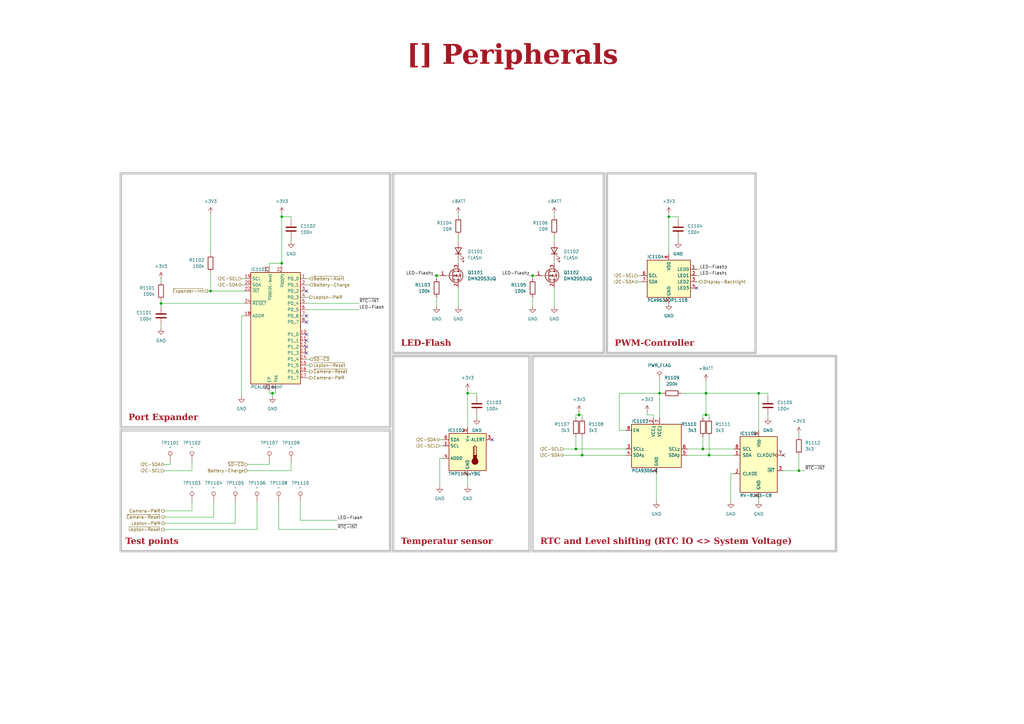
<source format=kicad_sch>
(kicad_sch (version 20250114) (generator "eeschema") (generator_version "9.0")
  (paper "A3")
  (title_block (title "Peripherals") (date "2025-12-19") (rev "1") (company "${COMPANY}"))
  (lib_symbols
    (symbol "Connector:TestPoint" (pin_numbers (hide yes)) (pin_names (offset 0.762) (hide yes))
      (property "Reference" "TP" (at 0 6.858 0))
      (property "Value" "TestPoint" (at 0 5.08 0))
      (symbol "TestPoint_0_1"
        (circle (center 0 3.302) (radius 0.762))
      )
      (symbol "TestPoint_1_1"
        (pin passive line (at 0 0 90) (length 2.54) (name "1") (number "1"))
      )
    )
    (symbol "Device:C" (pin_numbers (hide yes)) (pin_names (offset 0.254))
      (property "Reference" "C" (at 0.635 2.54 0))
      (property "Value" "C" (at 0.635 -2.54 0))
      (symbol "C_0_1"
        (polyline (pts (xy -2.032 0.762) (xy 2.032 0.762)) (stroke (width 0.508)))
        (polyline (pts (xy -2.032 -0.762) (xy 2.032 -0.762)) (stroke (width 0.508)))
      )
      (symbol "C_1_1"
        (pin passive line (at 0 3.81 270) (length 2.794) (name "~") (number "1"))
        (pin passive line (at 0 -3.81 90) (length 2.794) (name "~") (number "2"))
      )
    )
    (symbol "Device:LED" (pin_numbers (hide yes)) (pin_names (offset 1.016) (hide yes))
      (property "Reference" "D" (at 0 2.54 0))
      (property "Value" "LED" (at 0 -2.54 0))
      (symbol "LED_0_1"
        (polyline (pts (xy -3.048 -0.762) (xy -4.572 -2.286) (xy -3.81 -2.286) (xy -4.572 -2.286) (xy -4.572 -1.524)))
        (polyline (pts (xy -1.778 -0.762) (xy -3.302 -2.286) (xy -2.54 -2.286) (xy -3.302 -2.286) (xy -3.302 -1.524)))
        (polyline (pts (xy -1.27 0) (xy 1.27 0)))
        (polyline (pts (xy -1.27 -1.27) (xy -1.27 1.27)) (stroke (width 0.254)))
        (polyline (pts (xy 1.27 -1.27) (xy 1.27 1.27) (xy -1.27 0) (xy 1.27 -1.27)) (stroke (width 0.254)))
      )
      (symbol "LED_1_1"
        (pin passive line (at -3.81 0 0) (length 2.54) (name "K") (number "1"))
        (pin passive line (at 3.81 0 180) (length 2.54) (name "A") (number "2"))
      )
    )
    (symbol "Device:R" (pin_numbers (hide yes)) (pin_names (offset 0))
      (property "Reference" "R" (at 2.032 0 90))
      (property "Value" "R" (at 0 0 90))
      (symbol "R_0_1"
        (rectangle (start -1.016 -2.54) (end 1.016 2.54) (stroke (width 0.254)))
      )
      (symbol "R_1_1"
        (pin passive line (at 0 3.81 270) (length 1.27) (name "~") (number "1"))
        (pin passive line (at 0 -3.81 90) (length 1.27) (name "~") (number "2"))
      )
    )
    (symbol "Diodes Incorporated:DMN2053UQ" (pin_names (hide yes))
      (property "Reference" "Q" (at 5.08 1.905 0))
      (property "Value" "DMN2053UQ" (at 5.08 0 0))
      (symbol "DMN2053UQ_0_1"
        (polyline (pts (xy 0.254 1.905) (xy 0.254 -1.905)) (stroke (width 0.254)))
        (polyline (pts (xy 0.254 0) (xy -2.54 0)))
        (polyline (pts (xy 0.762 2.286) (xy 0.762 1.27)) (stroke (width 0.254)))
        (polyline (pts (xy 0.762 0.508) (xy 0.762 -0.508)) (stroke (width 0.254)))
        (polyline (pts (xy 0.762 -1.27) (xy 0.762 -2.286)) (stroke (width 0.254)))
        (polyline (pts (xy 0.762 -1.778) (xy 3.302 -1.778) (xy 3.302 1.778) (xy 0.762 1.778)))
        (polyline (pts (xy 1.016 0) (xy 2.032 0.381) (xy 2.032 -0.381) (xy 1.016 0)) (fill (type outline)))
        (circle (center 1.651 0) (radius 2.794) (stroke (width 0.254)))
        (polyline (pts (xy 2.54 2.54) (xy 2.54 1.778)))
        (circle (center 2.54 1.778) (radius 0.254) (fill (type outline)))
        (circle (center 2.54 -1.778) (radius 0.254) (fill (type outline)))
        (polyline (pts (xy 2.54 -2.54) (xy 2.54 0) (xy 0.762 0)))
        (polyline (pts (xy 2.794 0.508) (xy 2.921 0.381) (xy 3.683 0.381) (xy 3.81 0.254)))
        (polyline (pts (xy 3.302 0.381) (xy 2.921 -0.254) (xy 3.683 -0.254) (xy 3.302 0.381)))
      )
      (symbol "DMN2053UQ_1_1"
        (pin input line (at -5.08 0 0) (length 2.54) (name "G") (number "1"))
        (pin passive line (at 2.54 5.08 270) (length 2.54) (name "D") (number "3"))
        (pin passive line (at 2.54 -5.08 90) (length 2.54) (name "S") (number "2"))
      )
    )
    (symbol "Interface_Expansion:PCAL6416AHF"
      (property "Reference" "U" (at -10.16 24.13 0))
      (property "Value" "PCAL6416AHF" (at 3.81 24.13 0))
      (symbol "PCAL6416AHF_0_1"
        (rectangle (start -10.16 22.86) (end 10.16 -22.86) (stroke (width 0.254)) (fill (type background)))
      )
      (symbol "PCAL6416AHF_1_1"
        (pin input line (at -12.7 20.32 0) (length 2.54) (name "SCL") (number "19"))
        (pin bidirectional line (at -12.7 17.78 0) (length 2.54) (name "SDA") (number "20"))
        (pin open_collector line (at -12.7 15.24 0) (length 2.54) (name "~{INT}") (number "22"))
        (pin input line (at -12.7 10.16 0) (length 2.54) (name "~{RESET}") (number "24"))
        (pin input line (at -12.7 5.08 0) (length 2.54) (name "ADDR") (number "18"))
        (pin power_in line (at -2.54 25.4 270) (length 2.54) (name "V_{DD(I2C-bus)}") (number "23"))
        (pin passive line (at -2.54 -25.4 90) (length 2.54) (name "EP") (number "25"))
        (pin power_in line (at 0 -25.4 90) (length 2.54) (name "V_{SS}") (number "9"))
        (pin power_in line (at 2.54 25.4 270) (length 2.54) (name "V_{DD(P)}") (number "21"))
        (pin bidirectional line (at 12.7 20.32 180) (length 2.54) (name "P0_0") (number "1"))
        (pin bidirectional line (at 12.7 17.78 180) (length 2.54) (name "P0_1") (number "2"))
        (pin bidirectional line (at 12.7 15.24 180) (length 2.54) (name "P0_2") (number "3"))
        (pin bidirectional line (at 12.7 12.7 180) (length 2.54) (name "P0_3") (number "4"))
        (pin bidirectional line (at 12.7 10.16 180) (length 2.54) (name "P0_4") (number "5"))
        (pin bidirectional line (at 12.7 7.62 180) (length 2.54) (name "P0_5") (number "6"))
        (pin bidirectional line (at 12.7 5.08 180) (length 2.54) (name "P0_6") (number "7"))
        (pin bidirectional line (at 12.7 2.54 180) (length 2.54) (name "P0_7") (number "8"))
        (pin bidirectional line (at 12.7 -2.54 180) (length 2.54) (name "P1_0") (number "10"))
        (pin bidirectional line (at 12.7 -5.08 180) (length 2.54) (name "P1_1") (number "11"))
        (pin bidirectional line (at 12.7 -7.62 180) (length 2.54) (name "P1_2") (number "12"))
        (pin bidirectional line (at 12.7 -10.16 180) (length 2.54) (name "P1_3") (number "13"))
        (pin bidirectional line (at 12.7 -12.7 180) (length 2.54) (name "P1_4") (number "14"))
        (pin bidirectional line (at 12.7 -15.24 180) (length 2.54) (name "P1_5") (number "15"))
        (pin bidirectional line (at 12.7 -17.78 180) (length 2.54) (name "P1_6") (number "16"))
        (pin bidirectional line (at 12.7 -20.32 180) (length 2.54) (name "P1_7") (number "17"))
      )
    )
    (symbol "Micro Crystal:RV-8263-C8" (pin_names (offset 1.016))
      (property "Reference" "IC" (at -7.62 12.065 0))
      (property "Value" "RV-8263-C8" (at -7.62 -13.335 0))
      (symbol "RV-8263-C8_0_0"
        (rectangle (start -7.62 11.43) (end 7.62 -11.43) (stroke (width 0.254)) (fill (type background)))
      )
      (symbol "RV-8263-C8_1_0"
        (pin input line (at -10.16 6.35 0) (length 2.54) (name "SCL") (number "8"))
        (pin bidirectional line (at -10.16 3.81 0) (length 2.54) (name "SDA") (number "1"))
        (pin input line (at -10.16 -3.81 0) (length 2.54) (name "CLKOE") (number "2"))
        (pin no_connect line (at -10.16 -7.62 0) (length 2.54) (hide yes) (name "NC") (number "6"))
        (pin power_in line (at 0 13.97 270) (length 2.54) (name "V_{DD}") (number "5"))
        (pin passive line (at 0 -13.97 90) (length 2.54) (name "GND") (number "4"))
        (pin output clock (at 10.16 3.81 180) (length 2.54) (name "CLKOUT") (number "7"))
        (pin output line (at 10.16 -2.54 180) (length 2.54) (name "~{INT}") (number "3"))
      )
    )
    (symbol "NXP:PCA9306JK"
      (property "Reference" "IC" (at -8.89 10.16 0))
      (property "Value" "PCA9306JKZ" (at -4.826 -10.16 0))
      (symbol "PCA9306JK_0_0"
        (rectangle (start -10.16 8.89) (end 10.16 -8.89) (stroke (width 0.254)) (fill (type background)))
      )
      (symbol "PCA9306JK_1_0"
        (pin input line (at -12.7 6.35 0) (length 2.54) (name "EN") (number "8"))
        (pin bidirectional line (at -12.7 -1.27 0) (length 2.54) (name "SCL_{1}") (number "3"))
        (pin bidirectional line (at -12.7 -3.81 0) (length 2.54) (name "SDA_{1}") (number "4"))
        (pin power_in line (at -1.27 11.43 270) (length 2.54) (name "VCC_{1}") (number "2"))
        (pin power_in line (at 0 -11.43 90) (length 2.54) (name "GND") (number "1"))
        (pin power_in line (at 1.27 11.43 270) (length 2.54) (name "VCC_{2}") (number "7"))
        (pin bidirectional line (at 12.7 -1.27 180) (length 2.54) (name "SCL_{2}") (number "6"))
        (pin bidirectional line (at 12.7 -3.81 180) (length 2.54) (name "SDA_{2}") (number "5"))
      )
    )
    (symbol "NXP:PCA9633DP1,118"
      (property "Reference" "IC" (at -8.636 8.128 0))
      (property "Value" "PCA9633DP1,118" (at -8.636 -9.652 0))
      (symbol "PCA9633DP1,118_1_1"
        (rectangle (start -8.89 7.62) (end 8.89 -7.62) (stroke (width 0.254)) (fill (type background)))
        (pin input line (at -11.43 1.27 0) (length 2.54) (name "SCL") (number "6"))
        (pin bidirectional line (at -11.43 -1.27 0) (length 2.54) (name "SDA") (number "7"))
        (pin power_in line (at 0 10.16 270) (length 2.54) (name "VDD") (number "8"))
        (pin passive line (at 0 -10.16 90) (length 2.54) (name "GND") (number "5"))
        (pin output line (at 11.43 3.81 180) (length 2.54) (name "LED0") (number "1"))
        (pin output line (at 11.43 1.27 180) (length 2.54) (name "LED1") (number "2"))
        (pin output line (at 11.43 -1.27 180) (length 2.54) (name "LED2") (number "3"))
        (pin output line (at 11.43 -3.81 180) (length 2.54) (name "LED3") (number "4"))
      )
    )
    (symbol "Sensor_Temperature:TMP117xxDRV"
      (property "Reference" "U" (at -2.54 10.795 0))
      (property "Value" "TMP117xxDRV" (at -2.54 8.89 0))
      (symbol "TMP117xxDRV_0_1"
        (rectangle (start -7.62 7.62) (end 7.62 -7.62) (stroke (width 0.254)) (fill (type background)))
      )
      (symbol "TMP117xxDRV_1_1"
        (polyline (pts (xy 2.413 1.905) (xy 2.413 -1.27)) (stroke (width 0.254)))
        (polyline (pts (xy 2.413 1.905) (xy 3.048 1.905)) (stroke (width 0.254)))
        (polyline (pts (xy 2.413 1.27) (xy 3.048 1.27)) (stroke (width 0.254)))
        (polyline (pts (xy 2.413 0.635) (xy 3.048 0.635)) (stroke (width 0.254)))
        (polyline (pts (xy 2.413 0) (xy 3.048 0)) (stroke (width 0.254)))
        (polyline (pts (xy 2.413 -0.635) (xy 3.048 -0.635)) (stroke (width 0.254)))
        (arc (start 2.413 1.905) (mid 3.048 2.5373) (end 3.683 1.905) (stroke (width 0.254)))
        (circle (center 3.048 -3.81) (radius 1.27) (stroke (width 0.254)) (fill (type outline)))
        (polyline (pts (xy 3.683 1.905) (xy 3.683 -1.27)) (stroke (width 0.254)))
        (rectangle (start 3.683 -3.175) (end 2.413 -1.27) (stroke (width 0.254)) (fill (type outline)))
        (pin bidirectional line (at -10.16 5.08 0) (length 2.54) (name "SDA") (number "6"))
        (pin input line (at -10.16 2.54 0) (length 2.54) (name "SCL") (number "1"))
        (pin input line (at -10.16 -2.54 0) (length 2.54) (name "ADD0") (number "4"))
        (pin power_in line (at 0 10.16 270) (length 2.54) (name "V+") (number "5"))
        (pin power_in line (at 0 -10.16 90) (length 2.54) (name "GND") (number "2"))
        (pin open_collector line (at 10.16 5.08 180) (length 2.54) (name "ALERT") (number "3"))
      )
    )
    (symbol "power:+3V3" (power) (pin_numbers (hide yes)) (pin_names (offset 0) (hide yes))
      (property "Value" "+3V3" (at 0 3.556 0))
      (symbol "+3V3_0_1"
        (polyline (pts (xy -0.762 1.27) (xy 0 2.54)))
        (polyline (pts (xy 0 2.54) (xy 0.762 1.27)))
        (polyline (pts (xy 0 0) (xy 0 2.54)))
      )
      (symbol "+3V3_1_1"
        (pin power_in line (at 0 0 90) (length 0) (name "~") (number "1"))
      )
    )
    (symbol "power:+BATT" (power) (pin_numbers (hide yes)) (pin_names (offset 0) (hide yes))
      (property "Value" "+BATT" (at 0 3.556 0))
      (symbol "+BATT_0_1"
        (polyline (pts (xy -0.762 1.27) (xy 0 2.54)))
        (polyline (pts (xy 0 2.54) (xy 0.762 1.27)))
        (polyline (pts (xy 0 0) (xy 0 2.54)))
      )
      (symbol "+BATT_1_1"
        (pin power_in line (at 0 0 90) (length 0) (name "~") (number "1"))
      )
    )
    (symbol "power:GND" (power) (pin_numbers (hide yes)) (pin_names (offset 0) (hide yes))
      (property "Value" "GND" (at 0 -3.81 0))
      (symbol "GND_0_1"
        (polyline (pts (xy 0 0) (xy 0 -1.27) (xy 1.27 -1.27) (xy 0 -2.54) (xy -1.27 -1.27) (xy 0 -1.27)))
      )
      (symbol "GND_1_1"
        (pin power_in line (at 0 0 270) (length 0) (name "~") (number "1"))
      )
    )
    (symbol "power:PWR_FLAG" (power) (pin_numbers (hide yes)) (pin_names (offset 0) (hide yes))
      (property "Value" "PWR_FLAG" (at 0 3.81 0))
      (symbol "PWR_FLAG_0_0"
        (pin power_out line (at 0 0 90) (length 0) (name "~") (number "1"))
      )
      (symbol "PWR_FLAG_0_1"
        (polyline (pts (xy 0 0) (xy 0 1.27) (xy -1.016 1.905) (xy 0 2.54) (xy 1.016 1.905) (xy 0 1.27)))
      )
    )
  )
  (text_box "LED-Flash" (at 162.56 134.62 0) (size 83.82 9.525) (margins 1.9049 1.9049 1.9049 1.9049) (stroke (width -0.0001)) (effects (font (size 2.54 2.54) (thickness 0.508) (bold yes)) (justify left bottom)))
  (text_box "PWM-Controller" (at 250.19 134.62 0) (size 58.42 9.525) (margins 1.9049 1.9049 1.9049 1.9049) (stroke (width -0.0001)) (effects (font (size 2.54 2.54) (thickness 0.508) (bold yes)) (justify left bottom)))
  (text_box "Test points" (at 49.53 215.9 0) (size 109.22 9.525) (margins 1.9049 1.9049 1.9049 1.9049) (stroke (width -0.0001)) (effects (font (size 2.54 2.54) (thickness 0.508) (bold yes)) (justify left bottom)))
  (text_box "Port Expander" (at 50.8 165.1 0) (size 107.95 9.525) (margins 1.9049 1.9049 1.9049 1.9049) (stroke (width -0.0001)) (effects (font (size 2.54 2.54) (thickness 0.508) (bold yes)) (justify left bottom)))
  (text_box "Temperatur sensor" (at 162.56 215.9 0) (size 53.34 9.525) (margins 1.9049 1.9049 1.9049 1.9049) (stroke (width -0.0001)) (effects (font (size 2.54 2.54) (thickness 0.508) (bold yes)) (justify left bottom)))
  (text_box "[${#}] ${TITLE}" (at 12.7 12.7 0) (size 394.97 20.32) (margins 5.9999 5.9999 5.9999 5.9999) (stroke (width -0.0001)) (effects (font (size 8 8) (thickness 1.2) (bold yes))))
  (text_box "RTC and Level shifting (RTC IO <> System Voltage)" (at 219.71 215.9 0) (size 121.92 9.525) (margins 1.9049 1.9049 1.9049 1.9049) (stroke (width -0.0001)) (effects (font (size 2.54 2.54) (thickness 0.508) (bold yes)) (justify left bottom)))
  (junction (at 311.15 161.29))
  (junction (at 238.76 186.69))
  (junction (at 236.22 184.15))
  (junction (at 191.77 161.29))
  (junction (at 111.76 161.29))
  (junction (at 288.29 184.15))
  (junction (at 270.51 161.29))
  (junction (at 115.57 88.9))
  (junction (at 237.49 170.18))
  (junction (at 179.07 113.03))
  (junction (at 66.04 124.46))
  (junction (at 327.66 193.04))
  (junction (at 274.32 88.9))
  (junction (at 86.36 119.38))
  (junction (at 289.56 161.29))
  (junction (at 218.44 113.03))
  (junction (at 290.83 186.69))
  (junction (at 115.57 107.95))
  (junction (at 289.56 170.18))
  (no_connect (at 201.93 180.34))
  (no_connect (at 125.73 144.78))
  (no_connect (at 125.73 132.08))
  (no_connect (at 125.73 137.16))
  (no_connect (at 321.31 186.69))
  (no_connect (at 125.73 139.7))
  (no_connect (at 125.73 129.54))
  (no_connect (at 125.73 142.24))
  (no_connect (at 285.75 118.11))
  (no_connect (at 125.73 119.38))
  (wire (pts (xy 261.62 113.03) (xy 262.89 113.03)))
  (wire (pts (xy 237.49 170.18) (xy 238.76 170.18)))
  (wire (pts (xy 96.52 214.63) (xy 96.52 205.74)))
  (wire (pts (xy 67.31 193.04) (xy 78.74 193.04)))
  (wire (pts (xy 238.76 179.07) (xy 238.76 186.69)))
  (wire (pts (xy 299.72 205.74) (xy 299.72 194.31)))
  (wire (pts (xy 86.36 119.38) (xy 100.33 119.38)))
  (wire (pts (xy 281.94 184.15) (xy 288.29 184.15)))
  (wire (pts (xy 110.49 161.29) (xy 111.76 161.29)))
  (wire (pts (xy 119.38 193.04) (xy 119.38 189.23)))
  (wire (pts (xy 227.33 106.68) (xy 227.33 107.95)))
  (polyline (pts (xy 218.44 226.06) (xy 342.9 226.06)) (stroke (width 1) (type solid) (color 194 194 194 1)))
  (wire (pts (xy 285.75 113.03) (xy 287.02 113.03)))
  (wire (pts (xy 86.36 87.63) (xy 86.36 104.14)))
  (wire (pts (xy 114.3 217.17) (xy 114.3 205.74)))
  (polyline (pts (xy 248.92 71.12) (xy 309.88 71.12)) (stroke (width 1) (type solid) (color 194 194 194 1)))
  (wire (pts (xy 290.83 170.18) (xy 289.56 170.18)))
  (wire (pts (xy 270.51 161.29) (xy 271.78 161.29)))
  (wire (pts (xy 289.56 161.29) (xy 311.15 161.29)))
  (wire (pts (xy 231.14 184.15) (xy 236.22 184.15)))
  (wire (pts (xy 191.77 160.02) (xy 191.77 161.29)))
  (polyline (pts (xy 49.53 175.26) (xy 160.02 175.26)) (stroke (width 1) (type solid) (color 194 194 194 1)))
  (wire (pts (xy 311.15 161.29) (xy 311.15 176.53)))
  (wire (pts (xy 86.36 111.76) (xy 86.36 119.38)))
  (wire (pts (xy 285.75 115.57) (xy 287.02 115.57)))
  (wire (pts (xy 265.43 170.18) (xy 267.97 170.18)))
  (wire (pts (xy 299.72 194.31) (xy 300.99 194.31)))
  (wire (pts (xy 113.03 160.02) (xy 113.03 161.29)))
  (wire (pts (xy 278.13 99.06) (xy 278.13 97.79)))
  (wire (pts (xy 236.22 170.18) (xy 237.49 170.18)))
  (wire (pts (xy 180.34 182.88) (xy 181.61 182.88)))
  (polyline (pts (xy 218.44 146.05) (xy 218.44 226.06)) (stroke (width 1) (type solid) (color 194 194 194 1)))
  (wire (pts (xy 99.06 114.3) (xy 100.33 114.3)))
  (wire (pts (xy 115.57 87.63) (xy 115.57 88.9)))
  (wire (pts (xy 290.83 186.69) (xy 300.99 186.69)))
  (wire (pts (xy 288.29 184.15) (xy 300.99 184.15)))
  (wire (pts (xy 177.8 113.03) (xy 179.07 113.03)))
  (wire (pts (xy 123.19 213.36) (xy 123.19 205.74)))
  (wire (pts (xy 125.73 127) (xy 147.32 127)))
  (wire (pts (xy 187.96 106.68) (xy 187.96 107.95)))
  (polyline (pts (xy 217.17 146.05) (xy 217.17 226.06)) (stroke (width 1) (type solid) (color 194 194 194 1)))
  (wire (pts (xy 99.06 116.84) (xy 100.33 116.84)))
  (wire (pts (xy 227.33 87.63) (xy 227.33 88.9)))
  (wire (pts (xy 269.24 194.31) (xy 269.24 205.74)))
  (wire (pts (xy 180.34 180.34) (xy 181.61 180.34)))
  (polyline (pts (xy 49.53 226.06) (xy 160.02 226.06)) (stroke (width 1) (type solid) (color 194 194 194 1)))
  (wire (pts (xy 67.31 214.63) (xy 96.52 214.63)))
  (polyline (pts (xy 161.29 226.06) (xy 217.17 226.06)) (stroke (width 1) (type solid) (color 194 194 194 1)))
  (wire (pts (xy 236.22 171.45) (xy 236.22 170.18)))
  (wire (pts (xy 110.49 107.95) (xy 115.57 107.95)))
  (wire (pts (xy 125.73 121.92) (xy 127 121.92)))
  (wire (pts (xy 218.44 121.92) (xy 218.44 125.73)))
  (wire (pts (xy 288.29 179.07) (xy 288.29 184.15)))
  (wire (pts (xy 314.96 161.29) (xy 314.96 162.56)))
  (wire (pts (xy 101.6 190.5) (xy 110.49 190.5)))
  (wire (pts (xy 327.66 177.8) (xy 327.66 179.07)))
  (wire (pts (xy 111.76 161.29) (xy 111.76 162.56)))
  (polyline (pts (xy 161.29 71.12) (xy 161.29 144.78)) (stroke (width 1) (type solid) (color 194 194 194 1)))
  (wire (pts (xy 327.66 193.04) (xy 330.2 193.04)))
  (wire (pts (xy 100.33 129.54) (xy 99.06 129.54)))
  (wire (pts (xy 138.43 213.36) (xy 123.19 213.36)))
  (polyline (pts (xy 161.29 146.05) (xy 217.17 146.05)) (stroke (width 1) (type solid) (color 194 194 194 1)))
  (polyline (pts (xy 218.44 146.05) (xy 342.9 146.05)) (stroke (width 1) (type solid) (color 194 194 194 1)))
  (wire (pts (xy 187.96 118.11) (xy 187.96 125.73)))
  (wire (pts (xy 101.6 193.04) (xy 119.38 193.04)))
  (polyline (pts (xy 161.29 71.12) (xy 247.65 71.12)) (stroke (width 1) (type solid) (color 194 194 194 1)))
  (wire (pts (xy 138.43 217.17) (xy 114.3 217.17)))
  (wire (pts (xy 119.38 99.06) (xy 119.38 97.79)))
  (polyline (pts (xy 309.88 71.12) (xy 309.88 144.78)) (stroke (width 1) (type solid) (color 194 194 194 1)))
  (wire (pts (xy 125.73 149.86) (xy 127 149.86)))
  (wire (pts (xy 66.04 124.46) (xy 66.04 125.73)))
  (wire (pts (xy 111.76 161.29) (xy 113.03 161.29)))
  (wire (pts (xy 195.58 161.29) (xy 191.77 161.29)))
  (wire (pts (xy 180.34 113.03) (xy 179.07 113.03)))
  (polyline (pts (xy 161.29 144.78) (xy 247.65 144.78)) (stroke (width 1) (type solid) (color 194 194 194 1)))
  (polyline (pts (xy 49.53 71.12) (xy 160.02 71.12)) (stroke (width 1) (type solid) (color 194 194 194 1)))
  (wire (pts (xy 270.51 161.29) (xy 270.51 171.45)))
  (polyline (pts (xy 247.65 71.12) (xy 247.65 144.78)) (stroke (width 1) (type solid) (color 194 194 194 1)))
  (wire (pts (xy 261.62 115.57) (xy 262.89 115.57)))
  (wire (pts (xy 238.76 186.69) (xy 256.54 186.69)))
  (wire (pts (xy 289.56 161.29) (xy 289.56 170.18)))
  (wire (pts (xy 254 161.29) (xy 254 176.53)))
  (wire (pts (xy 69.85 190.5) (xy 69.85 189.23)))
  (wire (pts (xy 237.49 170.18) (xy 237.49 168.91)))
  (wire (pts (xy 67.31 212.09) (xy 87.63 212.09)))
  (wire (pts (xy 195.58 171.45) (xy 195.58 170.18)))
  (polyline (pts (xy 160.02 71.12) (xy 160.02 175.26)) (stroke (width 1) (type solid) (color 194 194 194 1)))
  (wire (pts (xy 66.04 124.46) (xy 100.33 124.46)))
  (wire (pts (xy 278.13 90.17) (xy 278.13 88.9)))
  (polyline (pts (xy 248.92 71.12) (xy 248.92 144.78)) (stroke (width 1) (type solid) (color 194 194 194 1)))
  (wire (pts (xy 187.96 87.63) (xy 187.96 88.9)))
  (wire (pts (xy 236.22 179.07) (xy 236.22 184.15)))
  (wire (pts (xy 179.07 121.92) (xy 179.07 125.73)))
  (wire (pts (xy 180.34 187.96) (xy 180.34 199.39)))
  (polyline (pts (xy 49.53 176.53) (xy 49.53 226.06)) (stroke (width 1) (type solid) (color 194 194 194 1)))
  (wire (pts (xy 254 161.29) (xy 270.51 161.29)))
  (wire (pts (xy 110.49 190.5) (xy 110.49 189.23)))
  (wire (pts (xy 67.31 209.55) (xy 78.74 209.55)))
  (wire (pts (xy 270.51 154.94) (xy 270.51 161.29)))
  (wire (pts (xy 288.29 170.18) (xy 288.29 171.45)))
  (polyline (pts (xy 160.02 176.53) (xy 160.02 226.06)) (stroke (width 1) (type solid) (color 194 194 194 1)))
  (polyline (pts (xy 49.53 71.12) (xy 49.53 175.26)) (stroke (width 1) (type solid) (color 194 194 194 1)))
  (wire (pts (xy 231.14 186.69) (xy 238.76 186.69)))
  (wire (pts (xy 254 176.53) (xy 256.54 176.53)))
  (wire (pts (xy 278.13 88.9) (xy 274.32 88.9)))
  (wire (pts (xy 265.43 168.91) (xy 265.43 170.18)))
  (wire (pts (xy 191.77 195.58) (xy 191.77 199.39)))
  (wire (pts (xy 327.66 186.69) (xy 327.66 193.04)))
  (wire (pts (xy 66.04 123.19) (xy 66.04 124.46)))
  (wire (pts (xy 227.33 118.11) (xy 227.33 125.73)))
  (wire (pts (xy 267.97 170.18) (xy 267.97 171.45)))
  (polyline (pts (xy 161.29 146.05) (xy 161.29 226.06)) (stroke (width 1) (type solid) (color 194 194 194 1)))
  (wire (pts (xy 110.49 160.02) (xy 110.49 161.29)))
  (wire (pts (xy 187.96 96.52) (xy 187.96 99.06)))
  (wire (pts (xy 311.15 161.29) (xy 314.96 161.29)))
  (polyline (pts (xy 49.53 176.53) (xy 160.02 176.53)) (stroke (width 1) (type solid) (color 194 194 194 1)))
  (wire (pts (xy 110.49 109.22) (xy 110.49 107.95)))
  (wire (pts (xy 191.77 161.29) (xy 191.77 175.26)))
  (wire (pts (xy 125.73 114.3) (xy 127 114.3)))
  (wire (pts (xy 85.09 119.38) (xy 86.36 119.38)))
  (wire (pts (xy 236.22 184.15) (xy 256.54 184.15)))
  (wire (pts (xy 115.57 88.9) (xy 115.57 107.95)))
  (wire (pts (xy 281.94 186.69) (xy 290.83 186.69)))
  (wire (pts (xy 67.31 217.17) (xy 105.41 217.17)))
  (wire (pts (xy 290.83 171.45) (xy 290.83 170.18)))
  (wire (pts (xy 87.63 212.09) (xy 87.63 205.74)))
  (wire (pts (xy 279.4 161.29) (xy 289.56 161.29)))
  (wire (pts (xy 289.56 170.18) (xy 288.29 170.18)))
  (wire (pts (xy 195.58 162.56) (xy 195.58 161.29)))
  (wire (pts (xy 125.73 154.94) (xy 127 154.94)))
  (wire (pts (xy 179.07 113.03) (xy 179.07 114.3)))
  (wire (pts (xy 125.73 124.46) (xy 147.32 124.46)))
  (wire (pts (xy 290.83 179.07) (xy 290.83 186.69)))
  (wire (pts (xy 125.73 147.32) (xy 127 147.32)))
  (wire (pts (xy 78.74 209.55) (xy 78.74 205.74)))
  (wire (pts (xy 289.56 156.21) (xy 289.56 161.29)))
  (wire (pts (xy 125.73 152.4) (xy 127 152.4)))
  (wire (pts (xy 67.31 190.5) (xy 69.85 190.5)))
  (wire (pts (xy 125.73 116.84) (xy 127 116.84)))
  (wire (pts (xy 99.06 129.54) (xy 99.06 162.56)))
  (wire (pts (xy 238.76 170.18) (xy 238.76 171.45)))
  (wire (pts (xy 219.71 113.03) (xy 218.44 113.03)))
  (wire (pts (xy 66.04 133.35) (xy 66.04 134.62)))
  (wire (pts (xy 66.04 114.3) (xy 66.04 115.57)))
  (wire (pts (xy 321.31 193.04) (xy 327.66 193.04)))
  (wire (pts (xy 119.38 90.17) (xy 119.38 88.9)))
  (wire (pts (xy 227.33 96.52) (xy 227.33 99.06)))
  (wire (pts (xy 105.41 217.17) (xy 105.41 205.74)))
  (wire (pts (xy 115.57 107.95) (xy 115.57 109.22)))
  (wire (pts (xy 314.96 170.18) (xy 314.96 171.45)))
  (wire (pts (xy 217.17 113.03) (xy 218.44 113.03)))
  (wire (pts (xy 311.15 205.74) (xy 311.15 204.47)))
  (polyline (pts (xy 342.9 146.05) (xy 342.9 226.06)) (stroke (width 1) (type solid) (color 194 194 194 1)))
  (wire (pts (xy 218.44 113.03) (xy 218.44 114.3)))
  (wire (pts (xy 285.75 110.49) (xy 287.02 110.49)))
  (wire (pts (xy 274.32 87.63) (xy 274.32 88.9)))
  (wire (pts (xy 274.32 88.9) (xy 274.32 104.14)))
  (wire (pts (xy 78.74 193.04) (xy 78.74 189.23)))
  (wire (pts (xy 181.61 187.96) (xy 180.34 187.96)))
  (wire (pts (xy 119.38 88.9) (xy 115.57 88.9)))
  (polyline (pts (xy 248.92 144.78) (xy 309.88 144.78)) (stroke (width 1) (type solid) (color 194 194 194 1)))
  (label "~{RTC-INT}" (at 147.32 124.46 0))
  (label "~{RTC-INT}" (at 330.2 193.04 0))
  (label "LED-Flash" (at 147.32 127 0))
  (label "~{RTC-INT}" (at 138.43 217.17 0))
  (label "LED-Flash_{1}" (at 287.02 113.03 0))
  (label "LED-Flash_{2}" (at 217.17 113.03 180))
  (label "LED-Flash_{2}" (at 287.02 110.49 0))
  (label "LED-Flash" (at 138.43 213.36 0))
  (label "LED-Flash_{1}" (at 177.8 113.03 180))
  (hierarchical_label "Camera-PWR" (shape output) (at 67.31 209.55 180))
  (hierarchical_label "I2C-SDA" (shape bidirectional) (at 261.62 115.57 180))
  (hierarchical_label "Battery-Charge" (shape input) (at 101.6 193.04 180))
  (hierarchical_label "I2C-SCL" (shape input) (at 180.34 182.88 180))
  (hierarchical_label "I2C-SCL" (shape input) (at 67.31 193.04 180))
  (hierarchical_label "I2C-SDA" (shape bidirectional) (at 231.14 186.69 180))
  (hierarchical_label "Camera-PWR" (shape output) (at 127 154.94 0))
  (hierarchical_label "I2C-SCL" (shape input) (at 261.62 113.03 180))
  (hierarchical_label "~{Camera-Reset}" (shape output) (at 127 152.4 0))
  (hierarchical_label "~{Lepton-Reset}" (shape output) (at 67.31 217.17 180))
  (hierarchical_label "I2C-SCL" (shape input) (at 231.14 184.15 180))
  (hierarchical_label "Battery-Charge" (shape input) (at 127 116.84 0))
  (hierarchical_label "~{Camera-Reset}" (shape output) (at 67.31 212.09 180))
  (hierarchical_label "~{Battery-Alert}" (shape input) (at 127 114.3 0))
  (hierarchical_label "I2C-SCL" (shape input) (at 99.06 114.3 180))
  (hierarchical_label "Lepton-PWR" (shape output) (at 127 121.92 0))
  (hierarchical_label "Display-Backlight" (shape output) (at 287.02 115.57 0))
  (hierarchical_label "Lepton-PWR" (shape output) (at 67.31 214.63 180))
  (hierarchical_label "I2C-SDA" (shape bidirectional) (at 67.31 190.5 180))
  (hierarchical_label "~{SD-CD}" (shape input) (at 127 147.32 0))
  (hierarchical_label "~{Expander-Int}" (shape output) (at 85.09 119.38 180))
  (hierarchical_label "~{Lepton-Reset}" (shape output) (at 127 149.86 0))
  (hierarchical_label "I2C-SDA" (shape bidirectional) (at 180.34 180.34 180))
  (hierarchical_label "I2C-SDA" (shape bidirectional) (at 99.06 116.84 180))
  (hierarchical_label "~{SD-CD}" (shape input) (at 101.6 190.5 180))
  (symbol (lib_id "Connector:TestPoint") (at 78.74 205.74 0) (unit 1) (in_bom no)
    (property "Reference" "TP1103" (at 78.74 198.12 0))
    (property "Value" "~" (at 78.74 200.025 0))
    (property "Footprint" "Testpoints_Kampi:TestPoint_Pad_1.0x1.0mm" (effects (hide yes)))
    (property "Description" "test point" (effects (hide yes)))
  )
  (symbol (lib_id "Device:R") (at 327.66 182.88 180) (unit 1)
    (property "Reference" "R1112" (at 330.2 181.61 0) (effects (justify right)))
    (property "Value" "3k3" (at 330.2 184.15 0) (effects (justify right)))
    (property "Footprint" "Resistor_SMD:R_0603_1608Metric" (effects (hide yes)))
    (property "Datasheet" "https://www.mouser.com/catalog/specsheets/YAGEO_PYu_RC_Group_51_RoHS_L_12.pdf" (effects (hide yes)))
    (property "Description" "Resistor" (effects (hide yes)))
    (property "manf" "YAGEO" (effects (hide yes)))
    (property "manf#" "RC0603FR-073K3L" (effects (hide yes)))
    (property "mouser#" "603-RC0603FR-073K3L" (effects (hide yes)))
  )
  (symbol (lib_id "Connector:TestPoint") (at 123.19 205.74 0) (unit 1) (in_bom no)
    (property "Reference" "TP1110" (at 123.19 198.12 0))
    (property "Value" "~" (at 123.19 200.025 0))
    (property "Footprint" "Testpoints_Kampi:TestPoint_Pad_1.0x1.0mm" (effects (hide yes)))
    (property "Description" "test point" (effects (hide yes)))
  )
  (symbol (lib_id "Connector:TestPoint") (at 87.63 205.74 0) (unit 1) (in_bom no)
    (property "Reference" "TP1104" (at 87.63 198.12 0))
    (property "Value" "~" (at 87.63 200.025 0))
    (property "Footprint" "Testpoints_Kampi:TestPoint_Pad_1.0x1.0mm" (effects (hide yes)))
    (property "Description" "test point" (effects (hide yes)))
  )
  (symbol (lib_id "power:GND") (at 299.72 205.74 0) (unit 1)
    (property "Reference" "#PWR01125" (effects (hide yes)))
    (property "Value" "GND" (at 299.72 210.82 0))
    (property "Description" "Power symbol creates a global label with name \"GND\" , ground" (effects (hide yes)))
  )
  (symbol (lib_id "Device:R") (at 275.59 161.29 270) (mirror x) (unit 1)
    (property "Reference" "R1109" (at 275.59 154.94 90))
    (property "Value" "200k" (at 275.59 157.48 90))
    (property "Footprint" "Resistor_SMD:R_0603_1608Metric" (effects (hide yes)))
    (property "Datasheet" "https://www.mouser.com/catalog/specsheets/YAGEO_PYu_RC_Group_51_RoHS_L_12.pdf" (effects (hide yes)))
    (property "Description" "Resistor" (effects (hide yes)))
    (property "manf" "YAGEO" (effects (hide yes)))
    (property "manf#" "RC0603FR-073K3L" (effects (hide yes)))
    (property "mouser#" "603-RC0603FR-07200KL" (effects (hide yes)))
  )
  (symbol (lib_id "power:GND") (at 227.33 125.73 0) (unit 1)
    (property "Reference" "#PWR01117" (effects (hide yes)))
    (property "Value" "GND" (at 227.33 130.81 0))
    (property "Description" "Power symbol creates a global label with name \"GND\" , ground" (effects (hide yes)))
  )
  (symbol (lib_id "Connector:TestPoint") (at 96.52 205.74 0) (unit 1) (in_bom no)
    (property "Reference" "TP1105" (at 96.52 198.12 0))
    (property "Value" "~" (at 96.52 200.025 0))
    (property "Footprint" "Testpoints_Kampi:TestPoint_Pad_1.0x1.0mm" (effects (hide yes)))
    (property "Description" "test point" (effects (hide yes)))
  )
  (symbol (lib_id "Micro Crystal:RV-8263-C8") (at 311.15 190.5 0) (unit 1)
    (property "Reference" "IC1105" (at 303.53 177.8 0) (effects (justify left)))
    (property "Value" "RV-8263-C8" (at 303.53 203.2 0) (effects (justify left)))
    (property "Footprint" "Micro Crystal:RV-8263-C8" (effects (hide yes)))
    (property "Datasheet" "https://www.microcrystal.com/fileadmin/Media/Products/RTC/Datasheet/RV-8263-C8.pdf" (effects (hide yes)))
    (property "manf" "Micro Crystal" (effects (hide yes)))
    (property "manf#" "RV-8263-C8 32.768kHz-20PPM-TA-QA" (effects (hide yes)))
    (property "mouser#" "428-204291-MC01" (effects (hide yes)))
  )
  (symbol (lib_id "power:+3V3") (at 237.49 168.91 0) (mirror y) (unit 1)
    (property "Reference" "#PWR01118" (effects (hide yes)))
    (property "Value" "+3V3" (at 237.49 163.83 0))
    (property "Description" "Power symbol creates a global label with name \"+3V3\"" (effects (hide yes)))
  )
  (symbol (lib_id "Device:LED") (at 187.96 102.87 90) (unit 1)
    (property "Reference" "D1101" (at 191.77 103.1874 90) (effects (justify right)))
    (property "Value" "FLASH" (at 191.77 105.7274 90) (effects (justify right)))
    (property "Footprint" "Cree:XP-G" (effects (hide yes)))
    (property "Datasheet" "https://downloads.cree-led.com/files/ds/x/XLamp-XPG3-Horizon.pdf" (effects (hide yes)))
    (property "Description" "Light emitting diode" (effects (hide yes)))
    (property "manf" "Cree LED" (effects (hide yes)))
    (property "manf#" "XPGDWT-BS-0000-00Q2E" (effects (hide yes)))
    (property "mouser#" "941-PGDWTBS000000Q2E" (effects (hide yes)))
  )
  (symbol (lib_id "Device:C") (at 119.38 93.98 0) (mirror y) (unit 1)
    (property "Reference" "C1102" (at 123.19 92.7099 0) (effects (justify right)))
    (property "Value" "100n" (at 123.19 95.2499 0) (effects (justify right)))
    (property "Footprint" "Capacitor_SMD:C_0603_1608Metric" (effects (hide yes)))
    (property "Datasheet" "https://www.mouser.de/datasheet/2/40/cx5r_KGM-3223198.pdf" (effects (hide yes)))
    (property "Description" "Unpolarized capacitor" (effects (hide yes)))
    (property "manf" "KYOCERA AVX" (effects (hide yes)))
    (property "manf#" "06031C104MAT2A" (effects (hide yes)))
    (property "mouser#" "581-06031C104MAT2A" (effects (hide yes)))
  )
  (symbol (lib_id "power:GND") (at 278.13 99.06 0) (mirror y) (unit 1)
    (property "Reference" "#PWR01123" (effects (hide yes)))
    (property "Value" "GND" (at 278.13 104.14 0))
    (property "Description" "Power symbol creates a global label with name \"GND\" , ground" (effects (hide yes)))
  )
  (symbol (lib_id "power:GND") (at 269.24 205.74 0) (unit 1)
    (property "Reference" "#PWR01120" (effects (hide yes)))
    (property "Value" "GND" (at 269.24 210.82 0))
    (property "Description" "Power symbol creates a global label with name \"GND\" , ground" (effects (hide yes)))
  )
  (symbol (lib_id "Device:C") (at 314.96 166.37 0) (mirror y) (unit 1)
    (property "Reference" "C1105" (at 318.77 165.0999 0) (effects (justify right)))
    (property "Value" "100n" (at 318.77 167.6399 0) (effects (justify right)))
    (property "Footprint" "Capacitor_SMD:C_0603_1608Metric" (effects (hide yes)))
    (property "Datasheet" "https://www.mouser.de/datasheet/2/40/cx5r_KGM-3223198.pdf" (effects (hide yes)))
    (property "Description" "Unpolarized capacitor" (effects (hide yes)))
    (property "manf" "KYOCERA AVX" (effects (hide yes)))
    (property "manf#" "06031C104MAT2A" (effects (hide yes)))
    (property "mouser#" "581-06031C104MAT2A" (effects (hide yes)))
  )
  (symbol (lib_id "Device:R") (at 86.36 107.95 0) (mirror x) (unit 1)
    (property "Reference" "R1102" (at 83.82 106.6799 0) (effects (justify right)))
    (property "Value" "100k" (at 83.82 109.2199 0) (effects (justify right)))
    (property "Footprint" "Resistor_SMD:R_0603_1608Metric" (effects (hide yes)))
    (property "Datasheet" "https://www.mouser.de/datasheet/2/54/cr-1858361.pdf" (effects (hide yes)))
    (property "Description" "Resistor" (effects (hide yes)))
    (property "manf" "Bourns" (effects (hide yes)))
    (property "manf#" "CR0603-JW-104ELF" (effects (hide yes)))
    (property "mouser#" "652-CR0603-JW-104ELF" (effects (hide yes)))
  )
  (symbol (lib_id "Device:R") (at 227.33 92.71 0) (mirror x) (unit 1)
    (property "Reference" "R1106" (at 224.79 91.4399 0) (effects (justify right)))
    (property "Value" "10R" (at 224.79 93.9799 0) (effects (justify right)))
    (property "Footprint" "Resistor_SMD:R_1206_3216Metric" (effects (hide yes)))
    (property "Datasheet" "https://www.vishay.com/doc?20132" (effects (hide yes)))
    (property "Description" "Resistor" (effects (hide yes)))
    (property "manf" "Vishay" (effects (hide yes)))
    (property "manf#" "RCA120610R0FKEASR" (effects (hide yes)))
    (property "mouser#" "71-RCA120610R0FKEASR" (effects (hide yes)))
  )
  (symbol (lib_id "power:GND") (at 187.96 125.73 0) (unit 1)
    (property "Reference" "#PWR01111" (effects (hide yes)))
    (property "Value" "GND" (at 187.96 130.81 0))
    (property "Description" "Power symbol creates a global label with name \"GND\" , ground" (effects (hide yes)))
  )
  (symbol (lib_id "power:+3V3") (at 327.66 177.8 0) (mirror y) (unit 1)
    (property "Reference" "#PWR01128" (effects (hide yes)))
    (property "Value" "+3V3" (at 327.66 172.72 0))
    (property "Description" "Power symbol creates a global label with name \"+3V3\"" (effects (hide yes)))
  )
  (symbol (lib_id "power:+3V3") (at 115.57 87.63 0) (mirror y) (unit 1)
    (property "Reference" "#PWR01106" (effects (hide yes)))
    (property "Value" "+3V3" (at 115.57 82.55 0))
    (property "Description" "Power symbol creates a global label with name \"+3V3\"" (effects (hide yes)))
  )
  (symbol (lib_id "Sensor_Temperature:TMP117xxDRV") (at 191.77 185.42 0) (unit 1)
    (property "Reference" "IC1102" (at 187.198 176.53 0))
    (property "Value" "TMP117xxYBG" (at 190.5 194.31 0))
    (property "Footprint" "Package_SON:WSON-6-1EP_2x2mm_P0.65mm_EP1x1.6mm" (effects (hide yes)))
    (property "Datasheet" "https://www.ti.com/lit/ds/symlink/tmp117.pdf" (effects (hide yes)))
    (property "Description" "Digital Temperature Sensor with I2C/SMBus Interface, 16 bits, ±0.3°C, one-shot conversion, alert, nist traceable, EEPROM, WSON" (effects (hide yes)))
    (property "manf" "Texas Instruments" (effects (hide yes)))
    (property "manf#" "TMP117MAIDRVR" (effects (hide yes)))
    (property "mouser#" "595-TMP117MAIDRVR" (effects (hide yes)))
  )
  (symbol (lib_id "Device:R") (at 238.76 175.26 180) (unit 1)
    (property "Reference" "R1108" (at 241.3 173.99 0) (effects (justify right)))
    (property "Value" "3k3" (at 241.3 176.53 0) (effects (justify right)))
    (property "Footprint" "Resistor_SMD:R_0603_1608Metric" (effects (hide yes)))
    (property "Datasheet" "https://www.mouser.com/catalog/specsheets/YAGEO_PYu_RC_Group_51_RoHS_L_12.pdf" (effects (hide yes)))
    (property "Description" "Resistor" (effects (hide yes)))
    (property "manf" "YAGEO" (effects (hide yes)))
    (property "manf#" "RC0603FR-073K3L" (effects (hide yes)))
    (property "mouser#" "603-RC0603FR-073K3L" (effects (hide yes)))
  )
  (symbol (lib_id "power:GND") (at 66.04 134.62 0) (unit 1)
    (property "Reference" "#PWR01102" (effects (hide yes)))
    (property "Value" "GND" (at 66.04 139.7 0))
    (property "Description" "Power symbol creates a global label with name \"GND\" , ground" (effects (hide yes)))
  )
  (symbol (lib_id "Device:R") (at 218.44 118.11 0) (mirror x) (unit 1)
    (property "Reference" "R1105" (at 215.9 116.8399 0) (effects (justify right)))
    (property "Value" "100k" (at 215.9 119.3799 0) (effects (justify right)))
    (property "Footprint" "Resistor_SMD:R_0603_1608Metric" (effects (hide yes)))
    (property "Datasheet" "https://www.mouser.de/datasheet/2/54/cr-1858361.pdf" (effects (hide yes)))
    (property "Description" "Resistor" (effects (hide yes)))
    (property "manf" "Bourns" (effects (hide yes)))
    (property "manf#" "CR0603-JW-104ELF" (effects (hide yes)))
    (property "mouser#" "652-CR0603-JW-104ELF" (effects (hide yes)))
  )
  (symbol (lib_id "power:+BATT") (at 227.33 87.63 0) (unit 1)
    (property "Reference" "#PWR01116" (effects (hide yes)))
    (property "Value" "+BATT" (at 227.33 82.55 0))
    (property "Description" "Power symbol creates a global label with name \"+BATT\"" (effects (hide yes)))
  )
  (symbol (lib_id "Device:R") (at 187.96 92.71 0) (mirror x) (unit 1)
    (property "Reference" "R1104" (at 185.42 91.4399 0) (effects (justify right)))
    (property "Value" "10R" (at 185.42 93.9799 0) (effects (justify right)))
    (property "Footprint" "Resistor_SMD:R_1206_3216Metric" (effects (hide yes)))
    (property "Datasheet" "https://www.vishay.com/doc?20132" (effects (hide yes)))
    (property "Description" "Resistor" (effects (hide yes)))
    (property "manf" "Vishay" (effects (hide yes)))
    (property "manf#" "RCA120610R0FKEASR" (effects (hide yes)))
    (property "mouser#" "71-RCA120610R0FKEASR" (effects (hide yes)))
  )
  (symbol (lib_id "power:+BATT") (at 187.96 87.63 0) (unit 1)
    (property "Reference" "#PWR01110" (effects (hide yes)))
    (property "Value" "+BATT" (at 187.96 82.55 0))
    (property "Description" "Power symbol creates a global label with name \"+BATT\"" (effects (hide yes)))
  )
  (symbol (lib_id "Device:R") (at 236.22 175.26 0) (mirror x) (unit 1)
    (property "Reference" "R1107" (at 233.68 173.99 0) (effects (justify right)))
    (property "Value" "3k3" (at 233.68 176.53 0) (effects (justify right)))
    (property "Footprint" "Resistor_SMD:R_0603_1608Metric" (effects (hide yes)))
    (property "Datasheet" "https://www.mouser.com/catalog/specsheets/YAGEO_PYu_RC_Group_51_RoHS_L_12.pdf" (effects (hide yes)))
    (property "Description" "Resistor" (effects (hide yes)))
    (property "manf" "YAGEO" (effects (hide yes)))
    (property "manf#" "RC0603FR-073K3L" (effects (hide yes)))
    (property "mouser#" "603-RC0603FR-073K3L" (effects (hide yes)))
  )
  (symbol (lib_id "Device:C") (at 195.58 166.37 0) (mirror y) (unit 1)
    (property "Reference" "C1103" (at 199.39 165.0999 0) (effects (justify right)))
    (property "Value" "100n" (at 199.39 167.6399 0) (effects (justify right)))
    (property "Footprint" "Capacitor_SMD:C_0603_1608Metric" (effects (hide yes)))
    (property "Datasheet" "https://www.mouser.de/datasheet/2/40/cx5r_KGM-3223198.pdf" (effects (hide yes)))
    (property "Description" "Unpolarized capacitor" (effects (hide yes)))
    (property "manf" "KYOCERA AVX" (effects (hide yes)))
    (property "manf#" "06031C104MAT2A" (effects (hide yes)))
    (property "mouser#" "581-06031C104MAT2A" (effects (hide yes)))
  )
  (symbol (lib_id "power:PWR_FLAG") (at 270.51 154.94 0) (unit 1)
    (property "Reference" "#FLG01101" (effects (hide yes)))
    (property "Value" "PWR_FLAG" (at 270.51 149.86 0))
    (property "Description" "Special symbol for telling ERC where power comes from" (effects (hide yes)))
  )
  (symbol (lib_id "NXP:PCA9306JK") (at 269.24 182.88 0) (unit 1)
    (property "Reference" "IC1103" (at 259.08 172.72 0) (effects (justify left)))
    (property "Value" "PCA9306JK" (at 259.08 193.04 0) (effects (justify left)))
    (property "Footprint" "Package_SON_Kampi:XSON-8_0.65x0.17mm_P0.35mm" (effects (hide yes)))
    (property "Datasheet" "https://www.nxp.com/docs/en/data-sheet/PCA9306.pdf" (effects (hide yes)))
    (property "Description" "Dual bidirectional I2C Bus and SMBus voltage level translator" (effects (hide yes)))
    (property "manf" "NXP Semiconductors" (effects (hide yes)))
    (property "manf#" "PCA9306JKZ" (effects (hide yes)))
    (property "mouser#" "771-PCA9306JKZ" (effects (hide yes)))
  )
  (symbol (lib_id "power:GND") (at 119.38 99.06 0) (mirror y) (unit 1)
    (property "Reference" "#PWR01107" (effects (hide yes)))
    (property "Value" "GND" (at 119.38 104.14 0))
    (property "Description" "Power symbol creates a global label with name \"GND\" , ground" (effects (hide yes)))
  )
  (symbol (lib_id "power:+3V3") (at 274.32 87.63 0) (mirror y) (unit 1)
    (property "Reference" "#PWR01121" (effects (hide yes)))
    (property "Value" "+3V3" (at 274.32 82.55 0))
    (property "Description" "Power symbol creates a global label with name \"+3V3\"" (effects (hide yes)))
  )
  (symbol (lib_id "power:GND") (at 218.44 125.73 0) (unit 1)
    (property "Reference" "#PWR01115" (effects (hide yes)))
    (property "Value" "GND" (at 218.44 130.81 0))
    (property "Description" "Power symbol creates a global label with name \"GND\" , ground" (effects (hide yes)))
  )
  (symbol (lib_id "Diodes Incorporated:DMN2053UQ") (at 224.79 113.03 0) (unit 1)
    (property "Reference" "Q1102" (at 231.14 111.7599 0) (effects (justify left)))
    (property "Value" "DMN2053UQ" (at 231.14 114.2999 0) (effects (justify left)))
    (property "Footprint" "Package_TO_SOT_SMD:SOT-23" (effects (hide yes)))
    (property "Datasheet" "https://www.diodes.com/assets/Datasheets/DMN2053UQ.pdf" (effects (hide yes)))
    (property "Description" "50V Vds, 0.22A Id, N-Channel MOSFET, SOT-23" (effects (hide yes)))
    (property "manf" "Diodes Incorporated" (effects (hide yes)))
    (property "manf#" "DMN2053UQ" (effects (hide yes)))
    (property "mouser#" "621-DMN2053UQ" (effects (hide yes)))
  )
  (symbol (lib_id "Connector:TestPoint") (at 78.74 189.23 0) (unit 1) (in_bom no)
    (property "Reference" "TP1102" (at 78.74 181.61 0))
    (property "Value" "~" (at 78.74 183.515 0))
    (property "Footprint" "Testpoints_Kampi:TestPoint_Pad_1.0x1.0mm" (effects (hide yes)))
    (property "Description" "test point" (effects (hide yes)))
  )
  (symbol (lib_id "Diodes Incorporated:DMN2053UQ") (at 185.42 113.03 0) (unit 1)
    (property "Reference" "Q1101" (at 191.77 111.7599 0) (effects (justify left)))
    (property "Value" "DMN2053UQ" (at 191.77 114.2999 0) (effects (justify left)))
    (property "Footprint" "Package_TO_SOT_SMD:SOT-23" (effects (hide yes)))
    (property "Datasheet" "https://www.diodes.com/assets/Datasheets/DMN2053UQ.pdf" (effects (hide yes)))
    (property "Description" "50V Vds, 0.22A Id, N-Channel MOSFET, SOT-23" (effects (hide yes)))
    (property "manf" "Diodes Incorporated" (effects (hide yes)))
    (property "manf#" "DMN2053UQ" (effects (hide yes)))
    (property "mouser#" "621-DMN2053UQ" (effects (hide yes)))
  )
  (symbol (lib_id "power:GND") (at 179.07 125.73 0) (unit 1)
    (property "Reference" "#PWR01108" (effects (hide yes)))
    (property "Value" "GND" (at 179.07 130.81 0))
    (property "Description" "Power symbol creates a global label with name \"GND\" , ground" (effects (hide yes)))
  )
  (symbol (lib_id "Device:LED") (at 227.33 102.87 90) (unit 1)
    (property "Reference" "D1102" (at 231.14 103.1874 90) (effects (justify right)))
    (property "Value" "FLASH" (at 231.14 105.7274 90) (effects (justify right)))
    (property "Footprint" "Cree:XP-G" (effects (hide yes)))
    (property "Datasheet" "https://downloads.cree-led.com/files/ds/x/XLamp-XPG3-Horizon.pdf" (effects (hide yes)))
    (property "Description" "Light emitting diode" (effects (hide yes)))
    (property "manf" "Cree LED" (effects (hide yes)))
    (property "manf#" "XPGDWT-BS-0000-00Q2E" (effects (hide yes)))
    (property "mouser#" "941-PGDWTBS000000Q2E" (effects (hide yes)))
  )
  (symbol (lib_id "NXP:PCA9633DP1,118") (at 274.32 114.3 0) (unit 1)
    (property "Reference" "IC1104" (at 265.43 106.045 0) (effects (justify left bottom)))
    (property "Value" "PCA9633DP1,118" (at 265.43 123.825 0) (effects (justify left bottom)))
    (property "Footprint" "Package_SO:TSSOP-8_3x3mm_P0.65mm" (effects (hide yes)))
    (property "Datasheet" "http://www.nxp.com/docs/en/data-sheet/PCA9633.pdf" (effects (hide yes)))
    (property "Description" "NXP PCA9633DP1,118, LED Driver 8-Segments, 2.5 V, 3.3 V, 5 V, 8-Pin TSSOP" (effects (hide yes)))
    (property "manf" "NXP Semiconductors" (effects (hide yes)))
    (property "manf#" "PCA9633DP1,118" (effects (hide yes)))
    (property "mouser#" "771-PCA9633DP1,118" (effects (hide yes)))
  )
  (symbol (lib_id "Connector:TestPoint") (at 110.49 189.23 0) (unit 1) (in_bom no)
    (property "Reference" "TP1107" (at 110.49 181.61 0))
    (property "Value" "~" (at 110.49 183.515 0))
    (property "Footprint" "Testpoints_Kampi:TestPoint_Pad_1.0x1.0mm" (effects (hide yes)))
    (property "Description" "test point" (effects (hide yes)))
  )
  (symbol (lib_id "Connector:TestPoint") (at 119.38 189.23 0) (unit 1) (in_bom no)
    (property "Reference" "TP1109" (at 119.38 181.61 0))
    (property "Value" "~" (at 119.38 183.515 0))
    (property "Footprint" "Testpoints_Kampi:TestPoint_Pad_1.0x1.0mm" (effects (hide yes)))
    (property "Description" "test point" (effects (hide yes)))
  )
  (symbol (lib_id "Device:R") (at 288.29 175.26 0) (mirror x) (unit 1)
    (property "Reference" "R1110" (at 285.75 173.99 0) (effects (justify right)))
    (property "Value" "3k3" (at 285.75 176.53 0) (effects (justify right)))
    (property "Footprint" "Resistor_SMD:R_0603_1608Metric" (effects (hide yes)))
    (property "Datasheet" "https://www.mouser.com/catalog/specsheets/YAGEO_PYu_RC_Group_51_RoHS_L_12.pdf" (effects (hide yes)))
    (property "Description" "Resistor" (effects (hide yes)))
    (property "manf" "YAGEO" (effects (hide yes)))
    (property "manf#" "RC0603FR-073K3L" (effects (hide yes)))
    (property "mouser#" "603-RC0603FR-073K3L" (effects (hide yes)))
  )
  (symbol (lib_id "power:+3V3") (at 66.04 114.3 0) (unit 1)
    (property "Reference" "#PWR01101" (effects (hide yes)))
    (property "Value" "+3V3" (at 66.04 109.22 0))
    (property "Description" "Power symbol creates a global label with name \"+3V3\"" (effects (hide yes)))
  )
  (symbol (lib_id "Connector:TestPoint") (at 105.41 205.74 0) (unit 1) (in_bom no)
    (property "Reference" "TP1106" (at 105.41 198.12 0))
    (property "Value" "~" (at 105.41 200.025 0))
    (property "Footprint" "Testpoints_Kampi:TestPoint_Pad_1.0x1.0mm" (effects (hide yes)))
    (property "Description" "test point" (effects (hide yes)))
  )
  (symbol (lib_id "power:GND") (at 99.06 162.56 0) (unit 1)
    (property "Reference" "#PWR01104" (effects (hide yes)))
    (property "Value" "GND" (at 99.06 167.64 0))
    (property "Description" "Power symbol creates a global label with name \"GND\" , ground" (effects (hide yes)))
  )
  (symbol (lib_id "power:GND") (at 111.76 162.56 0) (unit 1)
    (property "Reference" "#PWR01105" (effects (hide yes)))
    (property "Value" "GND" (at 111.76 167.64 0))
    (property "Description" "Power symbol creates a global label with name \"GND\" , ground" (effects (hide yes)))
  )
  (symbol (lib_id "Connector:TestPoint") (at 69.85 189.23 0) (mirror y) (unit 1) (in_bom no)
    (property "Reference" "TP1101" (at 69.85 181.61 0))
    (property "Value" "~" (at 69.85 183.515 0))
    (property "Footprint" "Testpoints_Kampi:TestPoint_Pad_1.0x1.0mm" (effects (hide yes)))
    (property "Description" "test point" (effects (hide yes)))
  )
  (symbol (lib_id "Device:C") (at 278.13 93.98 0) (mirror y) (unit 1)
    (property "Reference" "C1104" (at 281.94 92.7099 0) (effects (justify right)))
    (property "Value" "100n" (at 281.94 95.2499 0) (effects (justify right)))
    (property "Footprint" "Capacitor_SMD:C_0603_1608Metric" (effects (hide yes)))
    (property "Datasheet" "https://www.mouser.de/datasheet/2/40/cx5r_KGM-3223198.pdf" (effects (hide yes)))
    (property "Description" "Unpolarized capacitor" (effects (hide yes)))
    (property "manf" "KYOCERA AVX" (effects (hide yes)))
    (property "manf#" "06031C104MAT2A" (effects (hide yes)))
    (property "mouser#" "581-06031C104MAT2A" (effects (hide yes)))
  )
  (symbol (lib_id "power:GND") (at 180.34 199.39 0) (unit 1)
    (property "Reference" "#PWR01109" (effects (hide yes)))
    (property "Value" "GND" (at 180.34 204.47 0))
    (property "Description" "Power symbol creates a global label with name \"GND\" , ground" (effects (hide yes)))
  )
  (symbol (lib_id "Device:C") (at 66.04 129.54 0) (unit 1)
    (property "Reference" "C1101" (at 62.23 128.2699 0) (effects (justify right)))
    (property "Value" "100n" (at 62.23 130.8099 0) (effects (justify right)))
    (property "Footprint" "Capacitor_SMD:C_0603_1608Metric" (effects (hide yes)))
    (property "Datasheet" "https://www.mouser.de/datasheet/2/40/cx5r_KGM-3223198.pdf" (effects (hide yes)))
    (property "Description" "Unpolarized capacitor" (effects (hide yes)))
    (property "manf" "KYOCERA AVX" (effects (hide yes)))
    (property "manf#" "06031C104MAT2A" (effects (hide yes)))
    (property "mouser#" "581-06031C104MAT2A" (effects (hide yes)))
  )
  (symbol (lib_id "Device:R") (at 66.04 119.38 0) (mirror x) (unit 1)
    (property "Reference" "R1101" (at 63.5 118.1099 0) (effects (justify right)))
    (property "Value" "100k" (at 63.5 120.6499 0) (effects (justify right)))
    (property "Footprint" "Resistor_SMD:R_0603_1608Metric" (effects (hide yes)))
    (property "Datasheet" "https://www.mouser.de/datasheet/2/54/cr-1858361.pdf" (effects (hide yes)))
    (property "Description" "Resistor" (effects (hide yes)))
    (property "manf" "Bourns" (effects (hide yes)))
    (property "manf#" "CR0603-JW-104ELF" (effects (hide yes)))
    (property "mouser#" "652-CR0603-JW-104ELF" (effects (hide yes)))
  )
  (symbol (lib_id "Interface_Expansion:PCAL6416AHF") (at 113.03 134.62 0) (unit 1)
    (property "Reference" "IC1101" (at 102.87 110.49 0) (effects (justify left)))
    (property "Value" "PCAL6416AHF" (at 102.87 158.75 0) (effects (justify left)))
    (property "Footprint" "Package_DFN_QFN:HVQFN-24-1EP_4x4mm_P0.5mm_EP2.1x2.1mm" (effects (hide yes)))
    (property "Datasheet" "https://www.nxp.com/docs/en/data-sheet/PCAL6416A.pdf" (effects (hide yes)))
    (property "Description" "IO expander 16 GPIO, I2C 400kHz, Interrupt, 1.65 - 5.5V, HWQFN-24" (effects (hide yes)))
    (property "manf" "NXP Semiconductors" (effects (hide yes)))
    (property "manf#" "PCAL6416AHF,128" (effects (hide yes)))
    (property "mouser#" "771-PCAL6416AHF,128" (effects (hide yes)))
  )
  (symbol (lib_id "power:+3V3") (at 86.36 87.63 0) (unit 1)
    (property "Reference" "#PWR01103" (effects (hide yes)))
    (property "Value" "+3V3" (at 86.36 82.55 0))
    (property "Description" "Power symbol creates a global label with name \"+3V3\"" (effects (hide yes)))
  )
  (symbol (lib_id "Connector:TestPoint") (at 114.3 205.74 0) (unit 1) (in_bom no)
    (property "Reference" "TP1108" (at 114.3 198.12 0))
    (property "Value" "~" (at 114.3 200.025 0))
    (property "Footprint" "Testpoints_Kampi:TestPoint_Pad_1.0x1.0mm" (effects (hide yes)))
    (property "Description" "test point" (effects (hide yes)))
  )
  (symbol (lib_id "Device:R") (at 290.83 175.26 180) (unit 1)
    (property "Reference" "R1111" (at 293.37 173.99 0) (effects (justify right)))
    (property "Value" "3k3" (at 293.37 176.53 0) (effects (justify right)))
    (property "Footprint" "Resistor_SMD:R_0603_1608Metric" (effects (hide yes)))
    (property "Datasheet" "https://www.mouser.com/catalog/specsheets/YAGEO_PYu_RC_Group_51_RoHS_L_12.pdf" (effects (hide yes)))
    (property "Description" "Resistor" (effects (hide yes)))
    (property "manf" "YAGEO" (effects (hide yes)))
    (property "manf#" "RC0603FR-073K3L" (effects (hide yes)))
    (property "mouser#" "603-RC0603FR-073K3L" (effects (hide yes)))
  )
  (symbol (lib_id "power:GND") (at 195.58 171.45 0) (mirror y) (unit 1)
    (property "Reference" "#PWR01114" (effects (hide yes)))
    (property "Value" "GND" (at 195.58 176.53 0))
    (property "Description" "Power symbol creates a global label with name \"GND\" , ground" (effects (hide yes)))
  )
  (symbol (lib_id "power:GND") (at 314.96 171.45 0) (unit 1)
    (property "Reference" "#PWR01127" (effects (hide yes)))
    (property "Value" "GND" (at 314.96 176.53 0))
    (property "Description" "Power symbol creates a global label with name \"GND\" , ground" (effects (hide yes)))
  )
  (symbol (lib_id "power:+BATT") (at 289.56 156.21 0) (unit 1)
    (property "Reference" "#PWR01124" (effects (hide yes)))
    (property "Value" "+BATT" (at 289.56 151.13 0))
    (property "Description" "Power symbol creates a global label with name \"+BATT\"" (effects (hide yes)))
  )
  (symbol (lib_id "power:+3V3") (at 265.43 168.91 0) (mirror y) (unit 1)
    (property "Reference" "#PWR01119" (effects (hide yes)))
    (property "Value" "+3V3" (at 265.43 163.83 0))
    (property "Description" "Power symbol creates a global label with name \"+3V3\"" (effects (hide yes)))
  )
  (symbol (lib_id "power:GND") (at 274.32 124.46 0) (mirror y) (unit 1)
    (property "Reference" "#PWR01122" (effects (hide yes)))
    (property "Value" "GND" (at 274.32 129.54 0))
    (property "Description" "Power symbol creates a global label with name \"GND\" , ground" (effects (hide yes)))
  )
  (symbol (lib_id "power:GND") (at 311.15 205.74 0) (unit 1)
    (property "Reference" "#PWR01126" (effects (hide yes)))
    (property "Value" "GND" (at 311.15 210.82 0))
    (property "Description" "Power symbol creates a global label with name \"GND\" , ground" (effects (hide yes)))
  )
  (symbol (lib_id "power:GND") (at 191.77 199.39 0) (unit 1)
    (property "Reference" "#PWR01113" (effects (hide yes)))
    (property "Value" "GND" (at 191.77 204.47 0))
    (property "Description" "Power symbol creates a global label with name \"GND\" , ground" (effects (hide yes)))
  )
  (symbol (lib_id "power:+3V3") (at 191.77 160.02 0) (mirror y) (unit 1)
    (property "Reference" "#PWR01112" (effects (hide yes)))
    (property "Value" "+3V3" (at 191.77 154.94 0))
    (property "Description" "Power symbol creates a global label with name \"+3V3\"" (effects (hide yes)))
  )
  (symbol (lib_id "Device:R") (at 179.07 118.11 0) (mirror x) (unit 1)
    (property "Reference" "R1103" (at 176.53 116.8399 0) (effects (justify right)))
    (property "Value" "100k" (at 176.53 119.3799 0) (effects (justify right)))
    (property "Footprint" "Resistor_SMD:R_0603_1608Metric" (effects (hide yes)))
    (property "Datasheet" "https://www.mouser.de/datasheet/2/54/cr-1858361.pdf" (effects (hide yes)))
    (property "Description" "Resistor" (effects (hide yes)))
    (property "manf" "Bourns" (effects (hide yes)))
    (property "manf#" "CR0603-JW-104ELF" (effects (hide yes)))
    (property "mouser#" "652-CR0603-JW-104ELF" (effects (hide yes)))
  )
)
</source>
